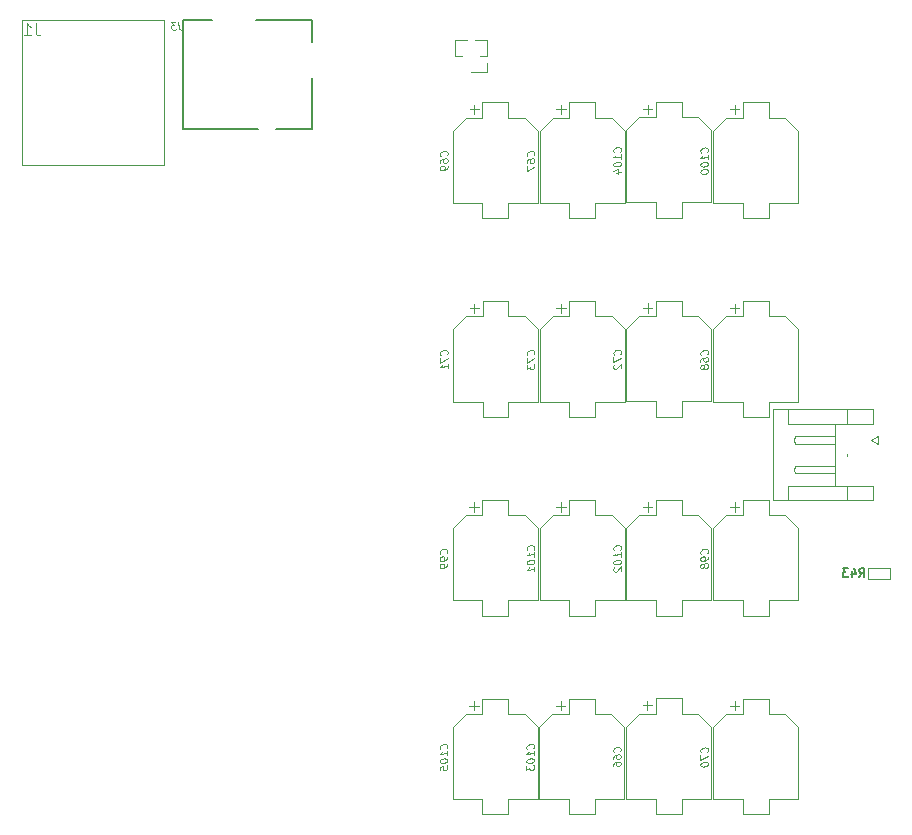
<source format=gbo>
%TF.GenerationSoftware,KiCad,Pcbnew,7.0.9*%
%TF.CreationDate,2025-01-01T13:08:25+08:00*%
%TF.ProjectId,ver0.1-rounded,76657230-2e31-42d7-926f-756e6465642e,rev?*%
%TF.SameCoordinates,Original*%
%TF.FileFunction,Legend,Bot*%
%TF.FilePolarity,Positive*%
%FSLAX46Y46*%
G04 Gerber Fmt 4.6, Leading zero omitted, Abs format (unit mm)*
G04 Created by KiCad (PCBNEW 7.0.9) date 2025-01-01 13:08:25*
%MOMM*%
%LPD*%
G01*
G04 APERTURE LIST*
%ADD10C,0.150000*%
%ADD11C,0.076200*%
%ADD12C,0.100000*%
%ADD13C,0.120000*%
%ADD14C,0.200000*%
G04 APERTURE END LIST*
D10*
X179679143Y-115020164D02*
X179929143Y-114663021D01*
X180107714Y-115020164D02*
X180107714Y-114270164D01*
X180107714Y-114270164D02*
X179822000Y-114270164D01*
X179822000Y-114270164D02*
X179750571Y-114305878D01*
X179750571Y-114305878D02*
X179714857Y-114341592D01*
X179714857Y-114341592D02*
X179679143Y-114413021D01*
X179679143Y-114413021D02*
X179679143Y-114520164D01*
X179679143Y-114520164D02*
X179714857Y-114591592D01*
X179714857Y-114591592D02*
X179750571Y-114627307D01*
X179750571Y-114627307D02*
X179822000Y-114663021D01*
X179822000Y-114663021D02*
X180107714Y-114663021D01*
X179036286Y-114520164D02*
X179036286Y-115020164D01*
X179214857Y-114234450D02*
X179393428Y-114770164D01*
X179393428Y-114770164D02*
X178929143Y-114770164D01*
X178714857Y-114270164D02*
X178250571Y-114270164D01*
X178250571Y-114270164D02*
X178500571Y-114555878D01*
X178500571Y-114555878D02*
X178393428Y-114555878D01*
X178393428Y-114555878D02*
X178322000Y-114591592D01*
X178322000Y-114591592D02*
X178286285Y-114627307D01*
X178286285Y-114627307D02*
X178250571Y-114698735D01*
X178250571Y-114698735D02*
X178250571Y-114877307D01*
X178250571Y-114877307D02*
X178286285Y-114948735D01*
X178286285Y-114948735D02*
X178322000Y-114984450D01*
X178322000Y-114984450D02*
X178393428Y-115020164D01*
X178393428Y-115020164D02*
X178607714Y-115020164D01*
X178607714Y-115020164D02*
X178679142Y-114984450D01*
X178679142Y-114984450D02*
X178714857Y-114948735D01*
D11*
X152090343Y-112674824D02*
X152120582Y-112640806D01*
X152120582Y-112640806D02*
X152150820Y-112546312D01*
X152150820Y-112546312D02*
X152150820Y-112485836D01*
X152150820Y-112485836D02*
X152120582Y-112398901D01*
X152120582Y-112398901D02*
X152060105Y-112345985D01*
X152060105Y-112345985D02*
X151999629Y-112323306D01*
X151999629Y-112323306D02*
X151878677Y-112308187D01*
X151878677Y-112308187D02*
X151787962Y-112319526D01*
X151787962Y-112319526D02*
X151667010Y-112364883D01*
X151667010Y-112364883D02*
X151606534Y-112402681D01*
X151606534Y-112402681D02*
X151546058Y-112470717D01*
X151546058Y-112470717D02*
X151515820Y-112565211D01*
X151515820Y-112565211D02*
X151515820Y-112625687D01*
X151515820Y-112625687D02*
X151546058Y-112712622D01*
X151546058Y-112712622D02*
X151576296Y-112739080D01*
X152150820Y-113272026D02*
X152150820Y-112909169D01*
X152150820Y-113090598D02*
X151515820Y-113169973D01*
X151515820Y-113169973D02*
X151606534Y-113098157D01*
X151606534Y-113098157D02*
X151667010Y-113030122D01*
X151667010Y-113030122D02*
X151697248Y-112965866D01*
X151515820Y-113744497D02*
X151515820Y-113804973D01*
X151515820Y-113804973D02*
X151546058Y-113861669D01*
X151546058Y-113861669D02*
X151576296Y-113888128D01*
X151576296Y-113888128D02*
X151636772Y-113910806D01*
X151636772Y-113910806D02*
X151757724Y-113925925D01*
X151757724Y-113925925D02*
X151908915Y-113907026D01*
X151908915Y-113907026D02*
X152029867Y-113861669D01*
X152029867Y-113861669D02*
X152090343Y-113823872D01*
X152090343Y-113823872D02*
X152120582Y-113789854D01*
X152120582Y-113789854D02*
X152150820Y-113725598D01*
X152150820Y-113725598D02*
X152150820Y-113665122D01*
X152150820Y-113665122D02*
X152120582Y-113608425D01*
X152120582Y-113608425D02*
X152090343Y-113581967D01*
X152090343Y-113581967D02*
X152029867Y-113559288D01*
X152029867Y-113559288D02*
X151908915Y-113544169D01*
X151908915Y-113544169D02*
X151757724Y-113563068D01*
X151757724Y-113563068D02*
X151636772Y-113608425D01*
X151636772Y-113608425D02*
X151576296Y-113646223D01*
X151576296Y-113646223D02*
X151546058Y-113680241D01*
X151546058Y-113680241D02*
X151515820Y-113744497D01*
X152150820Y-114481550D02*
X152150820Y-114118693D01*
X152150820Y-114300122D02*
X151515820Y-114379497D01*
X151515820Y-114379497D02*
X151606534Y-114307681D01*
X151606534Y-114307681D02*
X151667010Y-114239646D01*
X151667010Y-114239646D02*
X151697248Y-114175390D01*
X166796943Y-112977205D02*
X166827182Y-112943187D01*
X166827182Y-112943187D02*
X166857420Y-112848693D01*
X166857420Y-112848693D02*
X166857420Y-112788217D01*
X166857420Y-112788217D02*
X166827182Y-112701282D01*
X166827182Y-112701282D02*
X166766705Y-112648366D01*
X166766705Y-112648366D02*
X166706229Y-112625687D01*
X166706229Y-112625687D02*
X166585277Y-112610568D01*
X166585277Y-112610568D02*
X166494562Y-112621907D01*
X166494562Y-112621907D02*
X166373610Y-112667264D01*
X166373610Y-112667264D02*
X166313134Y-112705062D01*
X166313134Y-112705062D02*
X166252658Y-112773098D01*
X166252658Y-112773098D02*
X166222420Y-112867592D01*
X166222420Y-112867592D02*
X166222420Y-112928068D01*
X166222420Y-112928068D02*
X166252658Y-113015003D01*
X166252658Y-113015003D02*
X166282896Y-113041461D01*
X166857420Y-113272026D02*
X166857420Y-113392979D01*
X166857420Y-113392979D02*
X166827182Y-113457235D01*
X166827182Y-113457235D02*
X166796943Y-113491253D01*
X166796943Y-113491253D02*
X166706229Y-113563068D01*
X166706229Y-113563068D02*
X166585277Y-113608425D01*
X166585277Y-113608425D02*
X166343372Y-113638663D01*
X166343372Y-113638663D02*
X166282896Y-113615985D01*
X166282896Y-113615985D02*
X166252658Y-113589526D01*
X166252658Y-113589526D02*
X166222420Y-113532830D01*
X166222420Y-113532830D02*
X166222420Y-113411878D01*
X166222420Y-113411878D02*
X166252658Y-113347622D01*
X166252658Y-113347622D02*
X166282896Y-113313604D01*
X166282896Y-113313604D02*
X166343372Y-113275806D01*
X166343372Y-113275806D02*
X166494562Y-113256907D01*
X166494562Y-113256907D02*
X166555039Y-113279586D01*
X166555039Y-113279586D02*
X166585277Y-113306044D01*
X166585277Y-113306044D02*
X166615515Y-113362741D01*
X166615515Y-113362741D02*
X166615515Y-113483693D01*
X166615515Y-113483693D02*
X166585277Y-113547949D01*
X166585277Y-113547949D02*
X166555039Y-113581967D01*
X166555039Y-113581967D02*
X166494562Y-113619764D01*
X166494562Y-113982622D02*
X166464324Y-113925925D01*
X166464324Y-113925925D02*
X166434086Y-113899467D01*
X166434086Y-113899467D02*
X166373610Y-113876788D01*
X166373610Y-113876788D02*
X166343372Y-113880568D01*
X166343372Y-113880568D02*
X166282896Y-113918366D01*
X166282896Y-113918366D02*
X166252658Y-113952384D01*
X166252658Y-113952384D02*
X166222420Y-114016640D01*
X166222420Y-114016640D02*
X166222420Y-114137592D01*
X166222420Y-114137592D02*
X166252658Y-114194288D01*
X166252658Y-114194288D02*
X166282896Y-114220747D01*
X166282896Y-114220747D02*
X166343372Y-114243425D01*
X166343372Y-114243425D02*
X166373610Y-114239645D01*
X166373610Y-114239645D02*
X166434086Y-114201848D01*
X166434086Y-114201848D02*
X166464324Y-114167830D01*
X166464324Y-114167830D02*
X166494562Y-114103574D01*
X166494562Y-114103574D02*
X166494562Y-113982622D01*
X166494562Y-113982622D02*
X166524801Y-113918366D01*
X166524801Y-113918366D02*
X166555039Y-113884348D01*
X166555039Y-113884348D02*
X166615515Y-113846550D01*
X166615515Y-113846550D02*
X166736467Y-113831431D01*
X166736467Y-113831431D02*
X166796943Y-113854110D01*
X166796943Y-113854110D02*
X166827182Y-113880568D01*
X166827182Y-113880568D02*
X166857420Y-113937265D01*
X166857420Y-113937265D02*
X166857420Y-114058217D01*
X166857420Y-114058217D02*
X166827182Y-114122473D01*
X166827182Y-114122473D02*
X166796943Y-114156491D01*
X166796943Y-114156491D02*
X166736467Y-114194288D01*
X166736467Y-114194288D02*
X166615515Y-114209407D01*
X166615515Y-114209407D02*
X166555039Y-114186729D01*
X166555039Y-114186729D02*
X166524801Y-114160270D01*
X166524801Y-114160270D02*
X166494562Y-114103574D01*
X159429923Y-78980060D02*
X159460162Y-78946042D01*
X159460162Y-78946042D02*
X159490400Y-78851548D01*
X159490400Y-78851548D02*
X159490400Y-78791072D01*
X159490400Y-78791072D02*
X159460162Y-78704137D01*
X159460162Y-78704137D02*
X159399685Y-78651221D01*
X159399685Y-78651221D02*
X159339209Y-78628542D01*
X159339209Y-78628542D02*
X159218257Y-78613423D01*
X159218257Y-78613423D02*
X159127542Y-78624762D01*
X159127542Y-78624762D02*
X159006590Y-78670119D01*
X159006590Y-78670119D02*
X158946114Y-78707917D01*
X158946114Y-78707917D02*
X158885638Y-78775953D01*
X158885638Y-78775953D02*
X158855400Y-78870447D01*
X158855400Y-78870447D02*
X158855400Y-78930923D01*
X158855400Y-78930923D02*
X158885638Y-79017858D01*
X158885638Y-79017858D02*
X158915876Y-79044316D01*
X159490400Y-79577262D02*
X159490400Y-79214405D01*
X159490400Y-79395834D02*
X158855400Y-79475209D01*
X158855400Y-79475209D02*
X158946114Y-79403393D01*
X158946114Y-79403393D02*
X159006590Y-79335358D01*
X159006590Y-79335358D02*
X159036828Y-79271102D01*
X158855400Y-80049733D02*
X158855400Y-80110209D01*
X158855400Y-80110209D02*
X158885638Y-80166905D01*
X158885638Y-80166905D02*
X158915876Y-80193364D01*
X158915876Y-80193364D02*
X158976352Y-80216042D01*
X158976352Y-80216042D02*
X159097304Y-80231161D01*
X159097304Y-80231161D02*
X159248495Y-80212262D01*
X159248495Y-80212262D02*
X159369447Y-80166905D01*
X159369447Y-80166905D02*
X159429923Y-80129108D01*
X159429923Y-80129108D02*
X159460162Y-80095090D01*
X159460162Y-80095090D02*
X159490400Y-80030834D01*
X159490400Y-80030834D02*
X159490400Y-79970358D01*
X159490400Y-79970358D02*
X159460162Y-79913661D01*
X159460162Y-79913661D02*
X159429923Y-79887203D01*
X159429923Y-79887203D02*
X159369447Y-79864524D01*
X159369447Y-79864524D02*
X159248495Y-79849405D01*
X159248495Y-79849405D02*
X159097304Y-79868304D01*
X159097304Y-79868304D02*
X158976352Y-79913661D01*
X158976352Y-79913661D02*
X158915876Y-79951459D01*
X158915876Y-79951459D02*
X158885638Y-79985477D01*
X158885638Y-79985477D02*
X158855400Y-80049733D01*
X159067066Y-80779227D02*
X159490400Y-80726310D01*
X158825162Y-80658274D02*
X159278733Y-80450387D01*
X159278733Y-80450387D02*
X159278733Y-80843483D01*
X144724343Y-129489824D02*
X144754582Y-129455806D01*
X144754582Y-129455806D02*
X144784820Y-129361312D01*
X144784820Y-129361312D02*
X144784820Y-129300836D01*
X144784820Y-129300836D02*
X144754582Y-129213901D01*
X144754582Y-129213901D02*
X144694105Y-129160985D01*
X144694105Y-129160985D02*
X144633629Y-129138306D01*
X144633629Y-129138306D02*
X144512677Y-129123187D01*
X144512677Y-129123187D02*
X144421962Y-129134526D01*
X144421962Y-129134526D02*
X144301010Y-129179883D01*
X144301010Y-129179883D02*
X144240534Y-129217681D01*
X144240534Y-129217681D02*
X144180058Y-129285717D01*
X144180058Y-129285717D02*
X144149820Y-129380211D01*
X144149820Y-129380211D02*
X144149820Y-129440687D01*
X144149820Y-129440687D02*
X144180058Y-129527622D01*
X144180058Y-129527622D02*
X144210296Y-129554080D01*
X144784820Y-130087026D02*
X144784820Y-129724169D01*
X144784820Y-129905598D02*
X144149820Y-129984973D01*
X144149820Y-129984973D02*
X144240534Y-129913157D01*
X144240534Y-129913157D02*
X144301010Y-129845122D01*
X144301010Y-129845122D02*
X144331248Y-129780866D01*
X144149820Y-130559497D02*
X144149820Y-130619973D01*
X144149820Y-130619973D02*
X144180058Y-130676669D01*
X144180058Y-130676669D02*
X144210296Y-130703128D01*
X144210296Y-130703128D02*
X144270772Y-130725806D01*
X144270772Y-130725806D02*
X144391724Y-130740925D01*
X144391724Y-130740925D02*
X144542915Y-130722026D01*
X144542915Y-130722026D02*
X144663867Y-130676669D01*
X144663867Y-130676669D02*
X144724343Y-130638872D01*
X144724343Y-130638872D02*
X144754582Y-130604854D01*
X144754582Y-130604854D02*
X144784820Y-130540598D01*
X144784820Y-130540598D02*
X144784820Y-130480122D01*
X144784820Y-130480122D02*
X144754582Y-130423425D01*
X144754582Y-130423425D02*
X144724343Y-130396967D01*
X144724343Y-130396967D02*
X144663867Y-130374288D01*
X144663867Y-130374288D02*
X144542915Y-130359169D01*
X144542915Y-130359169D02*
X144391724Y-130378068D01*
X144391724Y-130378068D02*
X144270772Y-130423425D01*
X144270772Y-130423425D02*
X144210296Y-130461223D01*
X144210296Y-130461223D02*
X144180058Y-130495241D01*
X144180058Y-130495241D02*
X144149820Y-130559497D01*
X144149820Y-131345687D02*
X144149820Y-131043306D01*
X144149820Y-131043306D02*
X144452201Y-130975271D01*
X144452201Y-130975271D02*
X144421962Y-131009288D01*
X144421962Y-131009288D02*
X144391724Y-131073544D01*
X144391724Y-131073544D02*
X144391724Y-131224735D01*
X144391724Y-131224735D02*
X144421962Y-131281431D01*
X144421962Y-131281431D02*
X144452201Y-131307890D01*
X144452201Y-131307890D02*
X144512677Y-131330568D01*
X144512677Y-131330568D02*
X144663867Y-131311669D01*
X144663867Y-131311669D02*
X144724343Y-131273872D01*
X144724343Y-131273872D02*
X144754582Y-131239854D01*
X144754582Y-131239854D02*
X144784820Y-131175598D01*
X144784820Y-131175598D02*
X144784820Y-131024407D01*
X144784820Y-131024407D02*
X144754582Y-130967711D01*
X144754582Y-130967711D02*
X144724343Y-130941253D01*
X166796943Y-129792205D02*
X166827182Y-129758187D01*
X166827182Y-129758187D02*
X166857420Y-129663693D01*
X166857420Y-129663693D02*
X166857420Y-129603217D01*
X166857420Y-129603217D02*
X166827182Y-129516282D01*
X166827182Y-129516282D02*
X166766705Y-129463366D01*
X166766705Y-129463366D02*
X166706229Y-129440687D01*
X166706229Y-129440687D02*
X166585277Y-129425568D01*
X166585277Y-129425568D02*
X166494562Y-129436907D01*
X166494562Y-129436907D02*
X166373610Y-129482264D01*
X166373610Y-129482264D02*
X166313134Y-129520062D01*
X166313134Y-129520062D02*
X166252658Y-129588098D01*
X166252658Y-129588098D02*
X166222420Y-129682592D01*
X166222420Y-129682592D02*
X166222420Y-129743068D01*
X166222420Y-129743068D02*
X166252658Y-129830003D01*
X166252658Y-129830003D02*
X166282896Y-129856461D01*
X166222420Y-130075687D02*
X166222420Y-130499020D01*
X166222420Y-130499020D02*
X166857420Y-130147503D01*
X166222420Y-130861878D02*
X166222420Y-130922354D01*
X166222420Y-130922354D02*
X166252658Y-130979050D01*
X166252658Y-130979050D02*
X166282896Y-131005509D01*
X166282896Y-131005509D02*
X166343372Y-131028187D01*
X166343372Y-131028187D02*
X166464324Y-131043306D01*
X166464324Y-131043306D02*
X166615515Y-131024407D01*
X166615515Y-131024407D02*
X166736467Y-130979050D01*
X166736467Y-130979050D02*
X166796943Y-130941253D01*
X166796943Y-130941253D02*
X166827182Y-130907235D01*
X166827182Y-130907235D02*
X166857420Y-130842979D01*
X166857420Y-130842979D02*
X166857420Y-130782503D01*
X166857420Y-130782503D02*
X166827182Y-130725806D01*
X166827182Y-130725806D02*
X166796943Y-130699348D01*
X166796943Y-130699348D02*
X166736467Y-130676669D01*
X166736467Y-130676669D02*
X166615515Y-130661550D01*
X166615515Y-130661550D02*
X166464324Y-130680449D01*
X166464324Y-130680449D02*
X166343372Y-130725806D01*
X166343372Y-130725806D02*
X166282896Y-130763604D01*
X166282896Y-130763604D02*
X166252658Y-130797622D01*
X166252658Y-130797622D02*
X166222420Y-130861878D01*
X152089323Y-79300765D02*
X152119562Y-79266747D01*
X152119562Y-79266747D02*
X152149800Y-79172253D01*
X152149800Y-79172253D02*
X152149800Y-79111777D01*
X152149800Y-79111777D02*
X152119562Y-79024842D01*
X152119562Y-79024842D02*
X152059085Y-78971926D01*
X152059085Y-78971926D02*
X151998609Y-78949247D01*
X151998609Y-78949247D02*
X151877657Y-78934128D01*
X151877657Y-78934128D02*
X151786942Y-78945467D01*
X151786942Y-78945467D02*
X151665990Y-78990824D01*
X151665990Y-78990824D02*
X151605514Y-79028622D01*
X151605514Y-79028622D02*
X151545038Y-79096658D01*
X151545038Y-79096658D02*
X151514800Y-79191152D01*
X151514800Y-79191152D02*
X151514800Y-79251628D01*
X151514800Y-79251628D02*
X151545038Y-79338563D01*
X151545038Y-79338563D02*
X151575276Y-79365021D01*
X151514800Y-79916866D02*
X151514800Y-79795914D01*
X151514800Y-79795914D02*
X151545038Y-79731658D01*
X151545038Y-79731658D02*
X151575276Y-79697640D01*
X151575276Y-79697640D02*
X151665990Y-79625824D01*
X151665990Y-79625824D02*
X151786942Y-79580467D01*
X151786942Y-79580467D02*
X152028847Y-79550229D01*
X152028847Y-79550229D02*
X152089323Y-79572908D01*
X152089323Y-79572908D02*
X152119562Y-79599366D01*
X152119562Y-79599366D02*
X152149800Y-79656063D01*
X152149800Y-79656063D02*
X152149800Y-79777015D01*
X152149800Y-79777015D02*
X152119562Y-79841271D01*
X152119562Y-79841271D02*
X152089323Y-79875289D01*
X152089323Y-79875289D02*
X152028847Y-79913086D01*
X152028847Y-79913086D02*
X151877657Y-79931985D01*
X151877657Y-79931985D02*
X151817181Y-79909307D01*
X151817181Y-79909307D02*
X151786942Y-79882848D01*
X151786942Y-79882848D02*
X151756704Y-79826152D01*
X151756704Y-79826152D02*
X151756704Y-79705199D01*
X151756704Y-79705199D02*
X151786942Y-79640943D01*
X151786942Y-79640943D02*
X151817181Y-79606926D01*
X151817181Y-79606926D02*
X151877657Y-79569128D01*
X151514800Y-80189009D02*
X151514800Y-80612342D01*
X151514800Y-80612342D02*
X152149800Y-80260825D01*
X144749743Y-96136805D02*
X144779982Y-96102787D01*
X144779982Y-96102787D02*
X144810220Y-96008293D01*
X144810220Y-96008293D02*
X144810220Y-95947817D01*
X144810220Y-95947817D02*
X144779982Y-95860882D01*
X144779982Y-95860882D02*
X144719505Y-95807966D01*
X144719505Y-95807966D02*
X144659029Y-95785287D01*
X144659029Y-95785287D02*
X144538077Y-95770168D01*
X144538077Y-95770168D02*
X144447362Y-95781507D01*
X144447362Y-95781507D02*
X144326410Y-95826864D01*
X144326410Y-95826864D02*
X144265934Y-95864662D01*
X144265934Y-95864662D02*
X144205458Y-95932698D01*
X144205458Y-95932698D02*
X144175220Y-96027192D01*
X144175220Y-96027192D02*
X144175220Y-96087668D01*
X144175220Y-96087668D02*
X144205458Y-96174603D01*
X144205458Y-96174603D02*
X144235696Y-96201061D01*
X144175220Y-96420287D02*
X144175220Y-96843620D01*
X144175220Y-96843620D02*
X144810220Y-96492103D01*
X144810220Y-97338769D02*
X144810220Y-96975912D01*
X144810220Y-97157341D02*
X144175220Y-97236716D01*
X144175220Y-97236716D02*
X144265934Y-97164900D01*
X144265934Y-97164900D02*
X144326410Y-97096865D01*
X144326410Y-97096865D02*
X144356648Y-97032609D01*
X144724343Y-112977205D02*
X144754582Y-112943187D01*
X144754582Y-112943187D02*
X144784820Y-112848693D01*
X144784820Y-112848693D02*
X144784820Y-112788217D01*
X144784820Y-112788217D02*
X144754582Y-112701282D01*
X144754582Y-112701282D02*
X144694105Y-112648366D01*
X144694105Y-112648366D02*
X144633629Y-112625687D01*
X144633629Y-112625687D02*
X144512677Y-112610568D01*
X144512677Y-112610568D02*
X144421962Y-112621907D01*
X144421962Y-112621907D02*
X144301010Y-112667264D01*
X144301010Y-112667264D02*
X144240534Y-112705062D01*
X144240534Y-112705062D02*
X144180058Y-112773098D01*
X144180058Y-112773098D02*
X144149820Y-112867592D01*
X144149820Y-112867592D02*
X144149820Y-112928068D01*
X144149820Y-112928068D02*
X144180058Y-113015003D01*
X144180058Y-113015003D02*
X144210296Y-113041461D01*
X144784820Y-113272026D02*
X144784820Y-113392979D01*
X144784820Y-113392979D02*
X144754582Y-113457235D01*
X144754582Y-113457235D02*
X144724343Y-113491253D01*
X144724343Y-113491253D02*
X144633629Y-113563068D01*
X144633629Y-113563068D02*
X144512677Y-113608425D01*
X144512677Y-113608425D02*
X144270772Y-113638663D01*
X144270772Y-113638663D02*
X144210296Y-113615985D01*
X144210296Y-113615985D02*
X144180058Y-113589526D01*
X144180058Y-113589526D02*
X144149820Y-113532830D01*
X144149820Y-113532830D02*
X144149820Y-113411878D01*
X144149820Y-113411878D02*
X144180058Y-113347622D01*
X144180058Y-113347622D02*
X144210296Y-113313604D01*
X144210296Y-113313604D02*
X144270772Y-113275806D01*
X144270772Y-113275806D02*
X144421962Y-113256907D01*
X144421962Y-113256907D02*
X144482439Y-113279586D01*
X144482439Y-113279586D02*
X144512677Y-113306044D01*
X144512677Y-113306044D02*
X144542915Y-113362741D01*
X144542915Y-113362741D02*
X144542915Y-113483693D01*
X144542915Y-113483693D02*
X144512677Y-113547949D01*
X144512677Y-113547949D02*
X144482439Y-113581967D01*
X144482439Y-113581967D02*
X144421962Y-113619764D01*
X144784820Y-113876788D02*
X144784820Y-113997741D01*
X144784820Y-113997741D02*
X144754582Y-114061997D01*
X144754582Y-114061997D02*
X144724343Y-114096015D01*
X144724343Y-114096015D02*
X144633629Y-114167830D01*
X144633629Y-114167830D02*
X144512677Y-114213187D01*
X144512677Y-114213187D02*
X144270772Y-114243425D01*
X144270772Y-114243425D02*
X144210296Y-114220747D01*
X144210296Y-114220747D02*
X144180058Y-114194288D01*
X144180058Y-114194288D02*
X144149820Y-114137592D01*
X144149820Y-114137592D02*
X144149820Y-114016640D01*
X144149820Y-114016640D02*
X144180058Y-113952384D01*
X144180058Y-113952384D02*
X144210296Y-113918366D01*
X144210296Y-113918366D02*
X144270772Y-113880568D01*
X144270772Y-113880568D02*
X144421962Y-113861669D01*
X144421962Y-113861669D02*
X144482439Y-113884348D01*
X144482439Y-113884348D02*
X144512677Y-113910806D01*
X144512677Y-113910806D02*
X144542915Y-113967503D01*
X144542915Y-113967503D02*
X144542915Y-114088455D01*
X144542915Y-114088455D02*
X144512677Y-114152711D01*
X144512677Y-114152711D02*
X144482439Y-114186729D01*
X144482439Y-114186729D02*
X144421962Y-114224526D01*
X159430943Y-96118481D02*
X159461182Y-96084463D01*
X159461182Y-96084463D02*
X159491420Y-95989969D01*
X159491420Y-95989969D02*
X159491420Y-95929493D01*
X159491420Y-95929493D02*
X159461182Y-95842558D01*
X159461182Y-95842558D02*
X159400705Y-95789642D01*
X159400705Y-95789642D02*
X159340229Y-95766963D01*
X159340229Y-95766963D02*
X159219277Y-95751844D01*
X159219277Y-95751844D02*
X159128562Y-95763183D01*
X159128562Y-95763183D02*
X159007610Y-95808540D01*
X159007610Y-95808540D02*
X158947134Y-95846338D01*
X158947134Y-95846338D02*
X158886658Y-95914374D01*
X158886658Y-95914374D02*
X158856420Y-96008868D01*
X158856420Y-96008868D02*
X158856420Y-96069344D01*
X158856420Y-96069344D02*
X158886658Y-96156279D01*
X158886658Y-96156279D02*
X158916896Y-96182737D01*
X158856420Y-96401963D02*
X158856420Y-96825296D01*
X158856420Y-96825296D02*
X159491420Y-96473779D01*
X158916896Y-97029404D02*
X158886658Y-97063421D01*
X158886658Y-97063421D02*
X158856420Y-97127677D01*
X158856420Y-97127677D02*
X158856420Y-97278868D01*
X158856420Y-97278868D02*
X158886658Y-97335564D01*
X158886658Y-97335564D02*
X158916896Y-97362023D01*
X158916896Y-97362023D02*
X158977372Y-97384701D01*
X158977372Y-97384701D02*
X159037848Y-97377142D01*
X159037848Y-97377142D02*
X159128562Y-97335564D01*
X159128562Y-97335564D02*
X159491420Y-96927350D01*
X159491420Y-96927350D02*
X159491420Y-97320445D01*
X144748723Y-79300765D02*
X144778962Y-79266747D01*
X144778962Y-79266747D02*
X144809200Y-79172253D01*
X144809200Y-79172253D02*
X144809200Y-79111777D01*
X144809200Y-79111777D02*
X144778962Y-79024842D01*
X144778962Y-79024842D02*
X144718485Y-78971926D01*
X144718485Y-78971926D02*
X144658009Y-78949247D01*
X144658009Y-78949247D02*
X144537057Y-78934128D01*
X144537057Y-78934128D02*
X144446342Y-78945467D01*
X144446342Y-78945467D02*
X144325390Y-78990824D01*
X144325390Y-78990824D02*
X144264914Y-79028622D01*
X144264914Y-79028622D02*
X144204438Y-79096658D01*
X144204438Y-79096658D02*
X144174200Y-79191152D01*
X144174200Y-79191152D02*
X144174200Y-79251628D01*
X144174200Y-79251628D02*
X144204438Y-79338563D01*
X144204438Y-79338563D02*
X144234676Y-79365021D01*
X144174200Y-79916866D02*
X144174200Y-79795914D01*
X144174200Y-79795914D02*
X144204438Y-79731658D01*
X144204438Y-79731658D02*
X144234676Y-79697640D01*
X144234676Y-79697640D02*
X144325390Y-79625824D01*
X144325390Y-79625824D02*
X144446342Y-79580467D01*
X144446342Y-79580467D02*
X144688247Y-79550229D01*
X144688247Y-79550229D02*
X144748723Y-79572908D01*
X144748723Y-79572908D02*
X144778962Y-79599366D01*
X144778962Y-79599366D02*
X144809200Y-79656063D01*
X144809200Y-79656063D02*
X144809200Y-79777015D01*
X144809200Y-79777015D02*
X144778962Y-79841271D01*
X144778962Y-79841271D02*
X144748723Y-79875289D01*
X144748723Y-79875289D02*
X144688247Y-79913086D01*
X144688247Y-79913086D02*
X144537057Y-79931985D01*
X144537057Y-79931985D02*
X144476581Y-79909307D01*
X144476581Y-79909307D02*
X144446342Y-79882848D01*
X144446342Y-79882848D02*
X144416104Y-79826152D01*
X144416104Y-79826152D02*
X144416104Y-79705199D01*
X144416104Y-79705199D02*
X144446342Y-79640943D01*
X144446342Y-79640943D02*
X144476581Y-79606926D01*
X144476581Y-79606926D02*
X144537057Y-79569128D01*
X144809200Y-80200348D02*
X144809200Y-80321301D01*
X144809200Y-80321301D02*
X144778962Y-80385557D01*
X144778962Y-80385557D02*
X144748723Y-80419575D01*
X144748723Y-80419575D02*
X144658009Y-80491390D01*
X144658009Y-80491390D02*
X144537057Y-80536747D01*
X144537057Y-80536747D02*
X144295152Y-80566985D01*
X144295152Y-80566985D02*
X144234676Y-80544307D01*
X144234676Y-80544307D02*
X144204438Y-80517848D01*
X144204438Y-80517848D02*
X144174200Y-80461152D01*
X144174200Y-80461152D02*
X144174200Y-80340200D01*
X144174200Y-80340200D02*
X144204438Y-80275944D01*
X144204438Y-80275944D02*
X144234676Y-80241926D01*
X144234676Y-80241926D02*
X144295152Y-80204128D01*
X144295152Y-80204128D02*
X144446342Y-80185229D01*
X144446342Y-80185229D02*
X144506819Y-80207908D01*
X144506819Y-80207908D02*
X144537057Y-80234366D01*
X144537057Y-80234366D02*
X144567295Y-80291063D01*
X144567295Y-80291063D02*
X144567295Y-80412015D01*
X144567295Y-80412015D02*
X144537057Y-80476271D01*
X144537057Y-80476271D02*
X144506819Y-80510289D01*
X144506819Y-80510289D02*
X144446342Y-80548086D01*
X166795923Y-78998384D02*
X166826162Y-78964366D01*
X166826162Y-78964366D02*
X166856400Y-78869872D01*
X166856400Y-78869872D02*
X166856400Y-78809396D01*
X166856400Y-78809396D02*
X166826162Y-78722461D01*
X166826162Y-78722461D02*
X166765685Y-78669545D01*
X166765685Y-78669545D02*
X166705209Y-78646866D01*
X166705209Y-78646866D02*
X166584257Y-78631747D01*
X166584257Y-78631747D02*
X166493542Y-78643086D01*
X166493542Y-78643086D02*
X166372590Y-78688443D01*
X166372590Y-78688443D02*
X166312114Y-78726241D01*
X166312114Y-78726241D02*
X166251638Y-78794277D01*
X166251638Y-78794277D02*
X166221400Y-78888771D01*
X166221400Y-78888771D02*
X166221400Y-78949247D01*
X166221400Y-78949247D02*
X166251638Y-79036182D01*
X166251638Y-79036182D02*
X166281876Y-79062640D01*
X166856400Y-79595586D02*
X166856400Y-79232729D01*
X166856400Y-79414158D02*
X166221400Y-79493533D01*
X166221400Y-79493533D02*
X166312114Y-79421717D01*
X166312114Y-79421717D02*
X166372590Y-79353682D01*
X166372590Y-79353682D02*
X166402828Y-79289426D01*
X166221400Y-80068057D02*
X166221400Y-80128533D01*
X166221400Y-80128533D02*
X166251638Y-80185229D01*
X166251638Y-80185229D02*
X166281876Y-80211688D01*
X166281876Y-80211688D02*
X166342352Y-80234366D01*
X166342352Y-80234366D02*
X166463304Y-80249485D01*
X166463304Y-80249485D02*
X166614495Y-80230586D01*
X166614495Y-80230586D02*
X166735447Y-80185229D01*
X166735447Y-80185229D02*
X166795923Y-80147432D01*
X166795923Y-80147432D02*
X166826162Y-80113414D01*
X166826162Y-80113414D02*
X166856400Y-80049158D01*
X166856400Y-80049158D02*
X166856400Y-79988682D01*
X166856400Y-79988682D02*
X166826162Y-79931985D01*
X166826162Y-79931985D02*
X166795923Y-79905527D01*
X166795923Y-79905527D02*
X166735447Y-79882848D01*
X166735447Y-79882848D02*
X166614495Y-79867729D01*
X166614495Y-79867729D02*
X166463304Y-79886628D01*
X166463304Y-79886628D02*
X166342352Y-79931985D01*
X166342352Y-79931985D02*
X166281876Y-79969783D01*
X166281876Y-79969783D02*
X166251638Y-80003801D01*
X166251638Y-80003801D02*
X166221400Y-80068057D01*
X166221400Y-80672819D02*
X166221400Y-80733295D01*
X166221400Y-80733295D02*
X166251638Y-80789991D01*
X166251638Y-80789991D02*
X166281876Y-80816450D01*
X166281876Y-80816450D02*
X166342352Y-80839128D01*
X166342352Y-80839128D02*
X166463304Y-80854247D01*
X166463304Y-80854247D02*
X166614495Y-80835348D01*
X166614495Y-80835348D02*
X166735447Y-80789991D01*
X166735447Y-80789991D02*
X166795923Y-80752194D01*
X166795923Y-80752194D02*
X166826162Y-80718176D01*
X166826162Y-80718176D02*
X166856400Y-80653920D01*
X166856400Y-80653920D02*
X166856400Y-80593444D01*
X166856400Y-80593444D02*
X166826162Y-80536747D01*
X166826162Y-80536747D02*
X166795923Y-80510289D01*
X166795923Y-80510289D02*
X166735447Y-80487610D01*
X166735447Y-80487610D02*
X166614495Y-80472491D01*
X166614495Y-80472491D02*
X166463304Y-80491390D01*
X166463304Y-80491390D02*
X166342352Y-80536747D01*
X166342352Y-80536747D02*
X166281876Y-80574545D01*
X166281876Y-80574545D02*
X166251638Y-80608563D01*
X166251638Y-80608563D02*
X166221400Y-80672819D01*
X166796943Y-96136805D02*
X166827182Y-96102787D01*
X166827182Y-96102787D02*
X166857420Y-96008293D01*
X166857420Y-96008293D02*
X166857420Y-95947817D01*
X166857420Y-95947817D02*
X166827182Y-95860882D01*
X166827182Y-95860882D02*
X166766705Y-95807966D01*
X166766705Y-95807966D02*
X166706229Y-95785287D01*
X166706229Y-95785287D02*
X166585277Y-95770168D01*
X166585277Y-95770168D02*
X166494562Y-95781507D01*
X166494562Y-95781507D02*
X166373610Y-95826864D01*
X166373610Y-95826864D02*
X166313134Y-95864662D01*
X166313134Y-95864662D02*
X166252658Y-95932698D01*
X166252658Y-95932698D02*
X166222420Y-96027192D01*
X166222420Y-96027192D02*
X166222420Y-96087668D01*
X166222420Y-96087668D02*
X166252658Y-96174603D01*
X166252658Y-96174603D02*
X166282896Y-96201061D01*
X166222420Y-96752906D02*
X166222420Y-96631954D01*
X166222420Y-96631954D02*
X166252658Y-96567698D01*
X166252658Y-96567698D02*
X166282896Y-96533680D01*
X166282896Y-96533680D02*
X166373610Y-96461864D01*
X166373610Y-96461864D02*
X166494562Y-96416507D01*
X166494562Y-96416507D02*
X166736467Y-96386269D01*
X166736467Y-96386269D02*
X166796943Y-96408948D01*
X166796943Y-96408948D02*
X166827182Y-96435406D01*
X166827182Y-96435406D02*
X166857420Y-96492103D01*
X166857420Y-96492103D02*
X166857420Y-96613055D01*
X166857420Y-96613055D02*
X166827182Y-96677311D01*
X166827182Y-96677311D02*
X166796943Y-96711329D01*
X166796943Y-96711329D02*
X166736467Y-96749126D01*
X166736467Y-96749126D02*
X166585277Y-96768025D01*
X166585277Y-96768025D02*
X166524801Y-96745347D01*
X166524801Y-96745347D02*
X166494562Y-96718888D01*
X166494562Y-96718888D02*
X166464324Y-96662192D01*
X166464324Y-96662192D02*
X166464324Y-96541239D01*
X166464324Y-96541239D02*
X166494562Y-96476983D01*
X166494562Y-96476983D02*
X166524801Y-96442966D01*
X166524801Y-96442966D02*
X166585277Y-96405168D01*
X166494562Y-97142222D02*
X166464324Y-97085525D01*
X166464324Y-97085525D02*
X166434086Y-97059067D01*
X166434086Y-97059067D02*
X166373610Y-97036388D01*
X166373610Y-97036388D02*
X166343372Y-97040168D01*
X166343372Y-97040168D02*
X166282896Y-97077966D01*
X166282896Y-97077966D02*
X166252658Y-97111984D01*
X166252658Y-97111984D02*
X166222420Y-97176240D01*
X166222420Y-97176240D02*
X166222420Y-97297192D01*
X166222420Y-97297192D02*
X166252658Y-97353888D01*
X166252658Y-97353888D02*
X166282896Y-97380347D01*
X166282896Y-97380347D02*
X166343372Y-97403025D01*
X166343372Y-97403025D02*
X166373610Y-97399245D01*
X166373610Y-97399245D02*
X166434086Y-97361448D01*
X166434086Y-97361448D02*
X166464324Y-97327430D01*
X166464324Y-97327430D02*
X166494562Y-97263174D01*
X166494562Y-97263174D02*
X166494562Y-97142222D01*
X166494562Y-97142222D02*
X166524801Y-97077966D01*
X166524801Y-97077966D02*
X166555039Y-97043948D01*
X166555039Y-97043948D02*
X166615515Y-97006150D01*
X166615515Y-97006150D02*
X166736467Y-96991031D01*
X166736467Y-96991031D02*
X166796943Y-97013710D01*
X166796943Y-97013710D02*
X166827182Y-97040168D01*
X166827182Y-97040168D02*
X166857420Y-97096865D01*
X166857420Y-97096865D02*
X166857420Y-97217817D01*
X166857420Y-97217817D02*
X166827182Y-97282073D01*
X166827182Y-97282073D02*
X166796943Y-97316091D01*
X166796943Y-97316091D02*
X166736467Y-97353888D01*
X166736467Y-97353888D02*
X166615515Y-97369007D01*
X166615515Y-97369007D02*
X166555039Y-97346329D01*
X166555039Y-97346329D02*
X166524801Y-97319870D01*
X166524801Y-97319870D02*
X166494562Y-97263174D01*
X159405543Y-129766805D02*
X159435782Y-129732787D01*
X159435782Y-129732787D02*
X159466020Y-129638293D01*
X159466020Y-129638293D02*
X159466020Y-129577817D01*
X159466020Y-129577817D02*
X159435782Y-129490882D01*
X159435782Y-129490882D02*
X159375305Y-129437966D01*
X159375305Y-129437966D02*
X159314829Y-129415287D01*
X159314829Y-129415287D02*
X159193877Y-129400168D01*
X159193877Y-129400168D02*
X159103162Y-129411507D01*
X159103162Y-129411507D02*
X158982210Y-129456864D01*
X158982210Y-129456864D02*
X158921734Y-129494662D01*
X158921734Y-129494662D02*
X158861258Y-129562698D01*
X158861258Y-129562698D02*
X158831020Y-129657192D01*
X158831020Y-129657192D02*
X158831020Y-129717668D01*
X158831020Y-129717668D02*
X158861258Y-129804603D01*
X158861258Y-129804603D02*
X158891496Y-129831061D01*
X158831020Y-130382906D02*
X158831020Y-130261954D01*
X158831020Y-130261954D02*
X158861258Y-130197698D01*
X158861258Y-130197698D02*
X158891496Y-130163680D01*
X158891496Y-130163680D02*
X158982210Y-130091864D01*
X158982210Y-130091864D02*
X159103162Y-130046507D01*
X159103162Y-130046507D02*
X159345067Y-130016269D01*
X159345067Y-130016269D02*
X159405543Y-130038948D01*
X159405543Y-130038948D02*
X159435782Y-130065406D01*
X159435782Y-130065406D02*
X159466020Y-130122103D01*
X159466020Y-130122103D02*
X159466020Y-130243055D01*
X159466020Y-130243055D02*
X159435782Y-130307311D01*
X159435782Y-130307311D02*
X159405543Y-130341329D01*
X159405543Y-130341329D02*
X159345067Y-130379126D01*
X159345067Y-130379126D02*
X159193877Y-130398025D01*
X159193877Y-130398025D02*
X159133401Y-130375347D01*
X159133401Y-130375347D02*
X159103162Y-130348888D01*
X159103162Y-130348888D02*
X159072924Y-130292192D01*
X159072924Y-130292192D02*
X159072924Y-130171239D01*
X159072924Y-130171239D02*
X159103162Y-130106983D01*
X159103162Y-130106983D02*
X159133401Y-130072966D01*
X159133401Y-130072966D02*
X159193877Y-130035168D01*
X158831020Y-130987668D02*
X158831020Y-130866716D01*
X158831020Y-130866716D02*
X158861258Y-130802460D01*
X158861258Y-130802460D02*
X158891496Y-130768442D01*
X158891496Y-130768442D02*
X158982210Y-130696626D01*
X158982210Y-130696626D02*
X159103162Y-130651269D01*
X159103162Y-130651269D02*
X159345067Y-130621031D01*
X159345067Y-130621031D02*
X159405543Y-130643710D01*
X159405543Y-130643710D02*
X159435782Y-130670168D01*
X159435782Y-130670168D02*
X159466020Y-130726865D01*
X159466020Y-130726865D02*
X159466020Y-130847817D01*
X159466020Y-130847817D02*
X159435782Y-130912073D01*
X159435782Y-130912073D02*
X159405543Y-130946091D01*
X159405543Y-130946091D02*
X159345067Y-130983888D01*
X159345067Y-130983888D02*
X159193877Y-131002787D01*
X159193877Y-131002787D02*
X159133401Y-130980109D01*
X159133401Y-130980109D02*
X159103162Y-130953650D01*
X159103162Y-130953650D02*
X159072924Y-130896954D01*
X159072924Y-130896954D02*
X159072924Y-130776001D01*
X159072924Y-130776001D02*
X159103162Y-130711745D01*
X159103162Y-130711745D02*
X159133401Y-130677728D01*
X159133401Y-130677728D02*
X159193877Y-130639930D01*
X159430943Y-112674824D02*
X159461182Y-112640806D01*
X159461182Y-112640806D02*
X159491420Y-112546312D01*
X159491420Y-112546312D02*
X159491420Y-112485836D01*
X159491420Y-112485836D02*
X159461182Y-112398901D01*
X159461182Y-112398901D02*
X159400705Y-112345985D01*
X159400705Y-112345985D02*
X159340229Y-112323306D01*
X159340229Y-112323306D02*
X159219277Y-112308187D01*
X159219277Y-112308187D02*
X159128562Y-112319526D01*
X159128562Y-112319526D02*
X159007610Y-112364883D01*
X159007610Y-112364883D02*
X158947134Y-112402681D01*
X158947134Y-112402681D02*
X158886658Y-112470717D01*
X158886658Y-112470717D02*
X158856420Y-112565211D01*
X158856420Y-112565211D02*
X158856420Y-112625687D01*
X158856420Y-112625687D02*
X158886658Y-112712622D01*
X158886658Y-112712622D02*
X158916896Y-112739080D01*
X159491420Y-113272026D02*
X159491420Y-112909169D01*
X159491420Y-113090598D02*
X158856420Y-113169973D01*
X158856420Y-113169973D02*
X158947134Y-113098157D01*
X158947134Y-113098157D02*
X159007610Y-113030122D01*
X159007610Y-113030122D02*
X159037848Y-112965866D01*
X158856420Y-113744497D02*
X158856420Y-113804973D01*
X158856420Y-113804973D02*
X158886658Y-113861669D01*
X158886658Y-113861669D02*
X158916896Y-113888128D01*
X158916896Y-113888128D02*
X158977372Y-113910806D01*
X158977372Y-113910806D02*
X159098324Y-113925925D01*
X159098324Y-113925925D02*
X159249515Y-113907026D01*
X159249515Y-113907026D02*
X159370467Y-113861669D01*
X159370467Y-113861669D02*
X159430943Y-113823872D01*
X159430943Y-113823872D02*
X159461182Y-113789854D01*
X159461182Y-113789854D02*
X159491420Y-113725598D01*
X159491420Y-113725598D02*
X159491420Y-113665122D01*
X159491420Y-113665122D02*
X159461182Y-113608425D01*
X159461182Y-113608425D02*
X159430943Y-113581967D01*
X159430943Y-113581967D02*
X159370467Y-113559288D01*
X159370467Y-113559288D02*
X159249515Y-113544169D01*
X159249515Y-113544169D02*
X159098324Y-113563068D01*
X159098324Y-113563068D02*
X158977372Y-113608425D01*
X158977372Y-113608425D02*
X158916896Y-113646223D01*
X158916896Y-113646223D02*
X158886658Y-113680241D01*
X158886658Y-113680241D02*
X158856420Y-113744497D01*
X158916896Y-114190509D02*
X158886658Y-114224526D01*
X158886658Y-114224526D02*
X158856420Y-114288782D01*
X158856420Y-114288782D02*
X158856420Y-114439973D01*
X158856420Y-114439973D02*
X158886658Y-114496669D01*
X158886658Y-114496669D02*
X158916896Y-114523128D01*
X158916896Y-114523128D02*
X158977372Y-114545806D01*
X158977372Y-114545806D02*
X159037848Y-114538247D01*
X159037848Y-114538247D02*
X159128562Y-114496669D01*
X159128562Y-114496669D02*
X159491420Y-114088455D01*
X159491420Y-114088455D02*
X159491420Y-114481550D01*
X122005271Y-68031600D02*
X122061968Y-68485171D01*
X122061968Y-68485171D02*
X122103545Y-68575885D01*
X122103545Y-68575885D02*
X122171581Y-68636362D01*
X122171581Y-68636362D02*
X122266075Y-68666600D01*
X122266075Y-68666600D02*
X122326551Y-68666600D01*
X121763366Y-68031600D02*
X121370271Y-68031600D01*
X121370271Y-68031600D02*
X121612176Y-68273504D01*
X121612176Y-68273504D02*
X121521461Y-68273504D01*
X121521461Y-68273504D02*
X121464765Y-68303742D01*
X121464765Y-68303742D02*
X121438306Y-68333981D01*
X121438306Y-68333981D02*
X121415628Y-68394457D01*
X121415628Y-68394457D02*
X121434527Y-68545647D01*
X121434527Y-68545647D02*
X121472324Y-68606123D01*
X121472324Y-68606123D02*
X121506342Y-68636362D01*
X121506342Y-68636362D02*
X121570598Y-68666600D01*
X121570598Y-68666600D02*
X121752027Y-68666600D01*
X121752027Y-68666600D02*
X121808723Y-68636362D01*
X121808723Y-68636362D02*
X121835181Y-68606123D01*
X152090343Y-96136805D02*
X152120582Y-96102787D01*
X152120582Y-96102787D02*
X152150820Y-96008293D01*
X152150820Y-96008293D02*
X152150820Y-95947817D01*
X152150820Y-95947817D02*
X152120582Y-95860882D01*
X152120582Y-95860882D02*
X152060105Y-95807966D01*
X152060105Y-95807966D02*
X151999629Y-95785287D01*
X151999629Y-95785287D02*
X151878677Y-95770168D01*
X151878677Y-95770168D02*
X151787962Y-95781507D01*
X151787962Y-95781507D02*
X151667010Y-95826864D01*
X151667010Y-95826864D02*
X151606534Y-95864662D01*
X151606534Y-95864662D02*
X151546058Y-95932698D01*
X151546058Y-95932698D02*
X151515820Y-96027192D01*
X151515820Y-96027192D02*
X151515820Y-96087668D01*
X151515820Y-96087668D02*
X151546058Y-96174603D01*
X151546058Y-96174603D02*
X151576296Y-96201061D01*
X151515820Y-96420287D02*
X151515820Y-96843620D01*
X151515820Y-96843620D02*
X152150820Y-96492103D01*
X151515820Y-97025049D02*
X151515820Y-97418144D01*
X151515820Y-97418144D02*
X151757724Y-97176240D01*
X151757724Y-97176240D02*
X151757724Y-97266954D01*
X151757724Y-97266954D02*
X151787962Y-97323650D01*
X151787962Y-97323650D02*
X151818201Y-97350109D01*
X151818201Y-97350109D02*
X151878677Y-97372787D01*
X151878677Y-97372787D02*
X152029867Y-97353888D01*
X152029867Y-97353888D02*
X152090343Y-97316091D01*
X152090343Y-97316091D02*
X152120582Y-97282073D01*
X152120582Y-97282073D02*
X152150820Y-97217817D01*
X152150820Y-97217817D02*
X152150820Y-97036388D01*
X152150820Y-97036388D02*
X152120582Y-96979692D01*
X152120582Y-96979692D02*
X152090343Y-96953234D01*
X152064943Y-129489824D02*
X152095182Y-129455806D01*
X152095182Y-129455806D02*
X152125420Y-129361312D01*
X152125420Y-129361312D02*
X152125420Y-129300836D01*
X152125420Y-129300836D02*
X152095182Y-129213901D01*
X152095182Y-129213901D02*
X152034705Y-129160985D01*
X152034705Y-129160985D02*
X151974229Y-129138306D01*
X151974229Y-129138306D02*
X151853277Y-129123187D01*
X151853277Y-129123187D02*
X151762562Y-129134526D01*
X151762562Y-129134526D02*
X151641610Y-129179883D01*
X151641610Y-129179883D02*
X151581134Y-129217681D01*
X151581134Y-129217681D02*
X151520658Y-129285717D01*
X151520658Y-129285717D02*
X151490420Y-129380211D01*
X151490420Y-129380211D02*
X151490420Y-129440687D01*
X151490420Y-129440687D02*
X151520658Y-129527622D01*
X151520658Y-129527622D02*
X151550896Y-129554080D01*
X152125420Y-130087026D02*
X152125420Y-129724169D01*
X152125420Y-129905598D02*
X151490420Y-129984973D01*
X151490420Y-129984973D02*
X151581134Y-129913157D01*
X151581134Y-129913157D02*
X151641610Y-129845122D01*
X151641610Y-129845122D02*
X151671848Y-129780866D01*
X151490420Y-130559497D02*
X151490420Y-130619973D01*
X151490420Y-130619973D02*
X151520658Y-130676669D01*
X151520658Y-130676669D02*
X151550896Y-130703128D01*
X151550896Y-130703128D02*
X151611372Y-130725806D01*
X151611372Y-130725806D02*
X151732324Y-130740925D01*
X151732324Y-130740925D02*
X151883515Y-130722026D01*
X151883515Y-130722026D02*
X152004467Y-130676669D01*
X152004467Y-130676669D02*
X152064943Y-130638872D01*
X152064943Y-130638872D02*
X152095182Y-130604854D01*
X152095182Y-130604854D02*
X152125420Y-130540598D01*
X152125420Y-130540598D02*
X152125420Y-130480122D01*
X152125420Y-130480122D02*
X152095182Y-130423425D01*
X152095182Y-130423425D02*
X152064943Y-130396967D01*
X152064943Y-130396967D02*
X152004467Y-130374288D01*
X152004467Y-130374288D02*
X151883515Y-130359169D01*
X151883515Y-130359169D02*
X151732324Y-130378068D01*
X151732324Y-130378068D02*
X151611372Y-130423425D01*
X151611372Y-130423425D02*
X151550896Y-130461223D01*
X151550896Y-130461223D02*
X151520658Y-130495241D01*
X151520658Y-130495241D02*
X151490420Y-130559497D01*
X151490420Y-130982830D02*
X151490420Y-131375925D01*
X151490420Y-131375925D02*
X151732324Y-131134021D01*
X151732324Y-131134021D02*
X151732324Y-131224735D01*
X151732324Y-131224735D02*
X151762562Y-131281431D01*
X151762562Y-131281431D02*
X151792801Y-131307890D01*
X151792801Y-131307890D02*
X151853277Y-131330568D01*
X151853277Y-131330568D02*
X152004467Y-131311669D01*
X152004467Y-131311669D02*
X152064943Y-131273872D01*
X152064943Y-131273872D02*
X152095182Y-131239854D01*
X152095182Y-131239854D02*
X152125420Y-131175598D01*
X152125420Y-131175598D02*
X152125420Y-130994169D01*
X152125420Y-130994169D02*
X152095182Y-130937473D01*
X152095182Y-130937473D02*
X152064943Y-130911015D01*
D12*
X109934013Y-68126319D02*
X109934013Y-68840604D01*
X109934013Y-68840604D02*
X109981632Y-68983461D01*
X109981632Y-68983461D02*
X110076870Y-69078700D01*
X110076870Y-69078700D02*
X110219727Y-69126319D01*
X110219727Y-69126319D02*
X110314965Y-69126319D01*
X108934013Y-69126319D02*
X109505441Y-69126319D01*
X109219727Y-69126319D02*
X109219727Y-68126319D01*
X109219727Y-68126319D02*
X109314965Y-68269176D01*
X109314965Y-68269176D02*
X109410203Y-68364414D01*
X109410203Y-68364414D02*
X109505441Y-68412033D01*
D13*
%TO.C,J9*%
X174187000Y-106218000D02*
X177607000Y-106218000D01*
X173607000Y-107288000D02*
X178607000Y-107288000D01*
X177607000Y-102008000D02*
X177607000Y-107288000D01*
X180807000Y-107288000D02*
X178607000Y-107288000D01*
X174107000Y-105898000D02*
X174187000Y-106218000D01*
X177607000Y-106218000D02*
X177607000Y-105898000D01*
X178607000Y-104568000D02*
X178607000Y-104728000D01*
X180697000Y-103398000D02*
X181297000Y-103098000D01*
X172387000Y-108508000D02*
X180807000Y-108508000D01*
X173607000Y-102008000D02*
X178607000Y-102008000D01*
X173607000Y-100788000D02*
X173607000Y-102008000D01*
X177607000Y-103398000D02*
X177607000Y-103078000D01*
X181297000Y-103098000D02*
X181297000Y-103698000D01*
X177607000Y-103078000D02*
X174187000Y-103078000D01*
X181297000Y-103698000D02*
X180697000Y-103398000D01*
X174107000Y-103398000D02*
X174187000Y-103718000D01*
X180807000Y-102008000D02*
X180807000Y-100788000D01*
X177607000Y-105898000D02*
X177607000Y-105578000D01*
X180807000Y-108508000D02*
X180807000Y-107288000D01*
X172387000Y-100788000D02*
X172387000Y-108508000D01*
X174187000Y-105578000D02*
X174107000Y-105898000D01*
X174187000Y-103078000D02*
X174107000Y-103398000D01*
X180807000Y-100788000D02*
X172387000Y-100788000D01*
X177607000Y-103718000D02*
X177607000Y-103398000D01*
X178607000Y-107288000D02*
X178607000Y-108508000D01*
X178607000Y-102008000D02*
X178607000Y-100788000D01*
X174187000Y-103718000D02*
X177607000Y-103718000D01*
X173607000Y-108508000D02*
X173607000Y-107288000D01*
X178607000Y-102008000D02*
X180807000Y-102008000D01*
X177607000Y-105578000D02*
X174187000Y-105578000D01*
D12*
%TO.C,R43*%
X180441600Y-115150900D02*
X182270400Y-115150900D01*
X182270400Y-114261900D02*
X180441600Y-114261900D01*
X182270400Y-115150900D02*
X182270400Y-114261900D01*
X180441600Y-115150900D02*
X180441600Y-114261900D01*
D13*
%TO.C,C101*%
X155111020Y-118281640D02*
X155111020Y-116981640D01*
X157311020Y-118281640D02*
X155111020Y-118281640D01*
X157311020Y-118181640D02*
X157311020Y-118281640D01*
X152611020Y-116981640D02*
X152611020Y-110881640D01*
X155111020Y-116981640D02*
X152611020Y-116981640D01*
X157311020Y-116981640D02*
X157311020Y-118181640D01*
X159811020Y-116981640D02*
X157311020Y-116981640D01*
X152611020Y-110881640D02*
X153711020Y-109781640D01*
X159811020Y-110881640D02*
X159811020Y-116981640D01*
X153711020Y-109781640D02*
X155111020Y-109781640D01*
X155111020Y-109781640D02*
X155111020Y-108481640D01*
X157311020Y-109781640D02*
X158711020Y-109781640D01*
X158711020Y-109781640D02*
X159811020Y-110881640D01*
X154017270Y-109081640D02*
X154804770Y-109081640D01*
X154411020Y-108687890D02*
X154411020Y-109475390D01*
X155111020Y-108481640D02*
X157311020Y-108481640D01*
X157311020Y-108481640D02*
X157311020Y-109781640D01*
%TO.C,C98*%
X169817620Y-118281640D02*
X169817620Y-116981640D01*
X172017620Y-118281640D02*
X169817620Y-118281640D01*
X172017620Y-118181640D02*
X172017620Y-118281640D01*
X167317620Y-116981640D02*
X167317620Y-110881640D01*
X169817620Y-116981640D02*
X167317620Y-116981640D01*
X172017620Y-116981640D02*
X172017620Y-118181640D01*
X174517620Y-116981640D02*
X172017620Y-116981640D01*
X167317620Y-110881640D02*
X168417620Y-109781640D01*
X174517620Y-110881640D02*
X174517620Y-116981640D01*
X168417620Y-109781640D02*
X169817620Y-109781640D01*
X169817620Y-109781640D02*
X169817620Y-108481640D01*
X172017620Y-109781640D02*
X173417620Y-109781640D01*
X173417620Y-109781640D02*
X174517620Y-110881640D01*
X168723870Y-109081640D02*
X169511370Y-109081640D01*
X169117620Y-108687890D02*
X169117620Y-109475390D01*
X169817620Y-108481640D02*
X172017620Y-108481640D01*
X172017620Y-108481640D02*
X172017620Y-109781640D01*
%TO.C,C104*%
X162450600Y-84586876D02*
X162450600Y-83286876D01*
X164650600Y-84586876D02*
X162450600Y-84586876D01*
X164650600Y-84486876D02*
X164650600Y-84586876D01*
X159950600Y-83286876D02*
X159950600Y-77186876D01*
X162450600Y-83286876D02*
X159950600Y-83286876D01*
X164650600Y-83286876D02*
X164650600Y-84486876D01*
X167150600Y-83286876D02*
X164650600Y-83286876D01*
X159950600Y-77186876D02*
X161050600Y-76086876D01*
X167150600Y-77186876D02*
X167150600Y-83286876D01*
X161050600Y-76086876D02*
X162450600Y-76086876D01*
X162450600Y-76086876D02*
X162450600Y-74786876D01*
X164650600Y-76086876D02*
X166050600Y-76086876D01*
X166050600Y-76086876D02*
X167150600Y-77186876D01*
X161356850Y-75386876D02*
X162144350Y-75386876D01*
X161750600Y-74993126D02*
X161750600Y-75780626D01*
X162450600Y-74786876D02*
X164650600Y-74786876D01*
X164650600Y-74786876D02*
X164650600Y-76086876D01*
%TO.C,C105*%
X147745020Y-135096640D02*
X147745020Y-133796640D01*
X149945020Y-135096640D02*
X147745020Y-135096640D01*
X149945020Y-134996640D02*
X149945020Y-135096640D01*
X145245020Y-133796640D02*
X145245020Y-127696640D01*
X147745020Y-133796640D02*
X145245020Y-133796640D01*
X149945020Y-133796640D02*
X149945020Y-134996640D01*
X152445020Y-133796640D02*
X149945020Y-133796640D01*
X145245020Y-127696640D02*
X146345020Y-126596640D01*
X152445020Y-127696640D02*
X152445020Y-133796640D01*
X146345020Y-126596640D02*
X147745020Y-126596640D01*
X147745020Y-126596640D02*
X147745020Y-125296640D01*
X149945020Y-126596640D02*
X151345020Y-126596640D01*
X151345020Y-126596640D02*
X152445020Y-127696640D01*
X146651270Y-125896640D02*
X147438770Y-125896640D01*
X147045020Y-125502890D02*
X147045020Y-126290390D01*
X147745020Y-125296640D02*
X149945020Y-125296640D01*
X149945020Y-125296640D02*
X149945020Y-126596640D01*
%TO.C,C70*%
X169817620Y-135096640D02*
X169817620Y-133796640D01*
X172017620Y-135096640D02*
X169817620Y-135096640D01*
X167317620Y-133796640D02*
X167317620Y-127696640D01*
X169817620Y-133796640D02*
X167317620Y-133796640D01*
X172017620Y-133796640D02*
X172017620Y-135096640D01*
X174517620Y-133796640D02*
X172017620Y-133796640D01*
X167317620Y-127696640D02*
X168417620Y-126596640D01*
X174517620Y-127696640D02*
X174517620Y-133796640D01*
X168417620Y-126596640D02*
X169817620Y-126596640D01*
X169817620Y-126596640D02*
X169817620Y-125296640D01*
X172017620Y-126596640D02*
X173417620Y-126596640D01*
X173417620Y-126596640D02*
X174517620Y-127696640D01*
X168723870Y-125896640D02*
X169511370Y-125896640D01*
X169117620Y-125502890D02*
X169117620Y-126290390D01*
X169817620Y-125296640D02*
X172017620Y-125296640D01*
X172017620Y-125296640D02*
X172017620Y-126596640D01*
%TO.C,C67*%
X155110000Y-84605200D02*
X155110000Y-83305200D01*
X157310000Y-84605200D02*
X155110000Y-84605200D01*
X152610000Y-83305200D02*
X152610000Y-77205200D01*
X155110000Y-83305200D02*
X152610000Y-83305200D01*
X157310000Y-83305200D02*
X157310000Y-84605200D01*
X159810000Y-83305200D02*
X157310000Y-83305200D01*
X152610000Y-77205200D02*
X153710000Y-76105200D01*
X159810000Y-77205200D02*
X159810000Y-83305200D01*
X153710000Y-76105200D02*
X155110000Y-76105200D01*
X155110000Y-76105200D02*
X155110000Y-74805200D01*
X157310000Y-76105200D02*
X158710000Y-76105200D01*
X158710000Y-76105200D02*
X159810000Y-77205200D01*
X154016250Y-75405200D02*
X154803750Y-75405200D01*
X154410000Y-75011450D02*
X154410000Y-75798950D01*
X155110000Y-74805200D02*
X157310000Y-74805200D01*
X157310000Y-74805200D02*
X157310000Y-76105200D01*
%TO.C,C71*%
X147770420Y-101441240D02*
X147770420Y-100141240D01*
X149970420Y-101441240D02*
X147770420Y-101441240D01*
X145270420Y-100141240D02*
X145270420Y-94041240D01*
X147770420Y-100141240D02*
X145270420Y-100141240D01*
X149970420Y-100141240D02*
X149970420Y-101441240D01*
X152470420Y-100141240D02*
X149970420Y-100141240D01*
X145270420Y-94041240D02*
X146370420Y-92941240D01*
X152470420Y-94041240D02*
X152470420Y-100141240D01*
X146370420Y-92941240D02*
X147770420Y-92941240D01*
X147770420Y-92941240D02*
X147770420Y-91641240D01*
X149970420Y-92941240D02*
X151370420Y-92941240D01*
X151370420Y-92941240D02*
X152470420Y-94041240D01*
X146676670Y-92241240D02*
X147464170Y-92241240D01*
X147070420Y-91847490D02*
X147070420Y-92634990D01*
X147770420Y-91641240D02*
X149970420Y-91641240D01*
X149970420Y-91641240D02*
X149970420Y-92941240D01*
%TO.C,C99*%
X147745020Y-118281640D02*
X147745020Y-116981640D01*
X149945020Y-118281640D02*
X147745020Y-118281640D01*
X149945020Y-118181640D02*
X149945020Y-118281640D01*
X145245020Y-116981640D02*
X145245020Y-110881640D01*
X147745020Y-116981640D02*
X145245020Y-116981640D01*
X149945020Y-116981640D02*
X149945020Y-118181640D01*
X152445020Y-116981640D02*
X149945020Y-116981640D01*
X145245020Y-110881640D02*
X146345020Y-109781640D01*
X152445020Y-110881640D02*
X152445020Y-116981640D01*
X146345020Y-109781640D02*
X147745020Y-109781640D01*
X147745020Y-109781640D02*
X147745020Y-108481640D01*
X149945020Y-109781640D02*
X151345020Y-109781640D01*
X151345020Y-109781640D02*
X152445020Y-110881640D01*
X146651270Y-109081640D02*
X147438770Y-109081640D01*
X147045020Y-108687890D02*
X147045020Y-109475390D01*
X147745020Y-108481640D02*
X149945020Y-108481640D01*
X149945020Y-108481640D02*
X149945020Y-109781640D01*
%TO.C,C72*%
X162451620Y-101422916D02*
X162451620Y-100122916D01*
X164651620Y-101422916D02*
X162451620Y-101422916D01*
X159951620Y-100122916D02*
X159951620Y-94022916D01*
X162451620Y-100122916D02*
X159951620Y-100122916D01*
X164651620Y-100122916D02*
X164651620Y-101422916D01*
X167151620Y-100122916D02*
X164651620Y-100122916D01*
X159951620Y-94022916D02*
X161051620Y-92922916D01*
X167151620Y-94022916D02*
X167151620Y-100122916D01*
X161051620Y-92922916D02*
X162451620Y-92922916D01*
X162451620Y-92922916D02*
X162451620Y-91622916D01*
X164651620Y-92922916D02*
X166051620Y-92922916D01*
X166051620Y-92922916D02*
X167151620Y-94022916D01*
X161357870Y-92222916D02*
X162145370Y-92222916D01*
X161751620Y-91829166D02*
X161751620Y-92616666D01*
X162451620Y-91622916D02*
X164651620Y-91622916D01*
X164651620Y-91622916D02*
X164651620Y-92922916D01*
%TO.C,C69*%
X147769400Y-84605200D02*
X147769400Y-83305200D01*
X149969400Y-84605200D02*
X147769400Y-84605200D01*
X145269400Y-83305200D02*
X145269400Y-77205200D01*
X147769400Y-83305200D02*
X145269400Y-83305200D01*
X149969400Y-83305200D02*
X149969400Y-84605200D01*
X152469400Y-83305200D02*
X149969400Y-83305200D01*
X145269400Y-77205200D02*
X146369400Y-76105200D01*
X152469400Y-77205200D02*
X152469400Y-83305200D01*
X146369400Y-76105200D02*
X147769400Y-76105200D01*
X147769400Y-76105200D02*
X147769400Y-74805200D01*
X149969400Y-76105200D02*
X151369400Y-76105200D01*
X151369400Y-76105200D02*
X152469400Y-77205200D01*
X146675650Y-75405200D02*
X147463150Y-75405200D01*
X147069400Y-75011450D02*
X147069400Y-75798950D01*
X147769400Y-74805200D02*
X149969400Y-74805200D01*
X149969400Y-74805200D02*
X149969400Y-76105200D01*
%TO.C,C100*%
X169816600Y-84605200D02*
X169816600Y-83305200D01*
X172016600Y-84605200D02*
X169816600Y-84605200D01*
X172016600Y-84505200D02*
X172016600Y-84605200D01*
X167316600Y-83305200D02*
X167316600Y-77205200D01*
X169816600Y-83305200D02*
X167316600Y-83305200D01*
X172016600Y-83305200D02*
X172016600Y-84505200D01*
X174516600Y-83305200D02*
X172016600Y-83305200D01*
X167316600Y-77205200D02*
X168416600Y-76105200D01*
X174516600Y-77205200D02*
X174516600Y-83305200D01*
X168416600Y-76105200D02*
X169816600Y-76105200D01*
X169816600Y-76105200D02*
X169816600Y-74805200D01*
X172016600Y-76105200D02*
X173416600Y-76105200D01*
X173416600Y-76105200D02*
X174516600Y-77205200D01*
X168722850Y-75405200D02*
X169510350Y-75405200D01*
X169116600Y-75011450D02*
X169116600Y-75798950D01*
X169816600Y-74805200D02*
X172016600Y-74805200D01*
X172016600Y-74805200D02*
X172016600Y-76105200D01*
%TO.C,C68*%
X169817620Y-101441240D02*
X169817620Y-100141240D01*
X172017620Y-101441240D02*
X169817620Y-101441240D01*
X167317620Y-100141240D02*
X167317620Y-94041240D01*
X169817620Y-100141240D02*
X167317620Y-100141240D01*
X172017620Y-100141240D02*
X172017620Y-101441240D01*
X174517620Y-100141240D02*
X172017620Y-100141240D01*
X167317620Y-94041240D02*
X168417620Y-92941240D01*
X174517620Y-94041240D02*
X174517620Y-100141240D01*
X168417620Y-92941240D02*
X169817620Y-92941240D01*
X169817620Y-92941240D02*
X169817620Y-91641240D01*
X172017620Y-92941240D02*
X173417620Y-92941240D01*
X173417620Y-92941240D02*
X174517620Y-94041240D01*
X168723870Y-92241240D02*
X169511370Y-92241240D01*
X169117620Y-91847490D02*
X169117620Y-92634990D01*
X169817620Y-91641240D02*
X172017620Y-91641240D01*
X172017620Y-91641240D02*
X172017620Y-92941240D01*
%TO.C,C66*%
X162426220Y-135071240D02*
X162426220Y-133771240D01*
X164626220Y-135071240D02*
X162426220Y-135071240D01*
X159926220Y-133771240D02*
X159926220Y-127671240D01*
X162426220Y-133771240D02*
X159926220Y-133771240D01*
X164626220Y-133771240D02*
X164626220Y-135071240D01*
X167126220Y-133771240D02*
X164626220Y-133771240D01*
X159926220Y-127671240D02*
X161026220Y-126571240D01*
X167126220Y-127671240D02*
X167126220Y-133771240D01*
X161026220Y-126571240D02*
X162426220Y-126571240D01*
X162426220Y-126571240D02*
X162426220Y-125271240D01*
X164626220Y-126571240D02*
X166026220Y-126571240D01*
X166026220Y-126571240D02*
X167126220Y-127671240D01*
X161332470Y-125871240D02*
X162119970Y-125871240D01*
X161726220Y-125477490D02*
X161726220Y-126264990D01*
X162426220Y-125271240D02*
X164626220Y-125271240D01*
X164626220Y-125271240D02*
X164626220Y-126571240D01*
%TO.C,C102*%
X162451620Y-118281640D02*
X162451620Y-116981640D01*
X164651620Y-118281640D02*
X162451620Y-118281640D01*
X164651620Y-118181640D02*
X164651620Y-118281640D01*
X159951620Y-116981640D02*
X159951620Y-110881640D01*
X162451620Y-116981640D02*
X159951620Y-116981640D01*
X164651620Y-116981640D02*
X164651620Y-118181640D01*
X167151620Y-116981640D02*
X164651620Y-116981640D01*
X159951620Y-110881640D02*
X161051620Y-109781640D01*
X167151620Y-110881640D02*
X167151620Y-116981640D01*
X161051620Y-109781640D02*
X162451620Y-109781640D01*
X162451620Y-109781640D02*
X162451620Y-108481640D01*
X164651620Y-109781640D02*
X166051620Y-109781640D01*
X166051620Y-109781640D02*
X167151620Y-110881640D01*
X161357870Y-109081640D02*
X162145370Y-109081640D01*
X161751620Y-108687890D02*
X161751620Y-109475390D01*
X162451620Y-108481640D02*
X164651620Y-108481640D01*
X164651620Y-108481640D02*
X164651620Y-109781640D01*
D14*
%TO.C,J3*%
X122428220Y-77073820D02*
X128728220Y-77073820D01*
X133328220Y-77073820D02*
X130328220Y-77073820D01*
X133328220Y-72773820D02*
X133328220Y-77073820D01*
X122428220Y-67873820D02*
X122428220Y-77073820D01*
X124828220Y-67873820D02*
X122428220Y-67873820D01*
X128628220Y-67873820D02*
X133328220Y-67873820D01*
X133328220Y-67873820D02*
X133328220Y-69673820D01*
D13*
%TO.C,J2*%
X148130334Y-72266782D02*
X148130334Y-71506782D01*
X148130334Y-70871782D02*
X148130334Y-69541782D01*
X147560334Y-70871782D02*
X148130334Y-70871782D01*
X147107864Y-69541782D02*
X148130334Y-69541782D01*
X146800334Y-72266782D02*
X148130334Y-72266782D01*
X145470334Y-70871782D02*
X146040334Y-70871782D01*
X145470334Y-70871782D02*
X145470334Y-69541782D01*
X145470334Y-69541782D02*
X146492804Y-69541782D01*
%TO.C,C73*%
X155111020Y-101441240D02*
X155111020Y-100141240D01*
X157311020Y-101441240D02*
X155111020Y-101441240D01*
X152611020Y-100141240D02*
X152611020Y-94041240D01*
X155111020Y-100141240D02*
X152611020Y-100141240D01*
X157311020Y-100141240D02*
X157311020Y-101441240D01*
X159811020Y-100141240D02*
X157311020Y-100141240D01*
X152611020Y-94041240D02*
X153711020Y-92941240D01*
X159811020Y-94041240D02*
X159811020Y-100141240D01*
X153711020Y-92941240D02*
X155111020Y-92941240D01*
X155111020Y-92941240D02*
X155111020Y-91641240D01*
X157311020Y-92941240D02*
X158711020Y-92941240D01*
X158711020Y-92941240D02*
X159811020Y-94041240D01*
X154017270Y-92241240D02*
X154804770Y-92241240D01*
X154411020Y-91847490D02*
X154411020Y-92634990D01*
X155111020Y-91641240D02*
X157311020Y-91641240D01*
X157311020Y-91641240D02*
X157311020Y-92941240D01*
%TO.C,C103*%
X155085620Y-135096640D02*
X155085620Y-133796640D01*
X157285620Y-135096640D02*
X155085620Y-135096640D01*
X157285620Y-134996640D02*
X157285620Y-135096640D01*
X152585620Y-133796640D02*
X152585620Y-127696640D01*
X155085620Y-133796640D02*
X152585620Y-133796640D01*
X157285620Y-133796640D02*
X157285620Y-134996640D01*
X159785620Y-133796640D02*
X157285620Y-133796640D01*
X152585620Y-127696640D02*
X153685620Y-126596640D01*
X159785620Y-127696640D02*
X159785620Y-133796640D01*
X153685620Y-126596640D02*
X155085620Y-126596640D01*
X155085620Y-126596640D02*
X155085620Y-125296640D01*
X157285620Y-126596640D02*
X158685620Y-126596640D01*
X158685620Y-126596640D02*
X159785620Y-127696640D01*
X153991870Y-125896640D02*
X154779370Y-125896640D01*
X154385620Y-125502890D02*
X154385620Y-126290390D01*
X155085620Y-125296640D02*
X157285620Y-125296640D01*
X157285620Y-125296640D02*
X157285620Y-126596640D01*
D12*
%TO.C,J1*%
X108807680Y-80100900D02*
X108807680Y-67850900D01*
X108807680Y-80100900D02*
X120807680Y-80100900D01*
X120807680Y-67850900D02*
X108807680Y-67850900D01*
X120807680Y-67850900D02*
X120807680Y-80100900D01*
%TD*%
M02*

</source>
